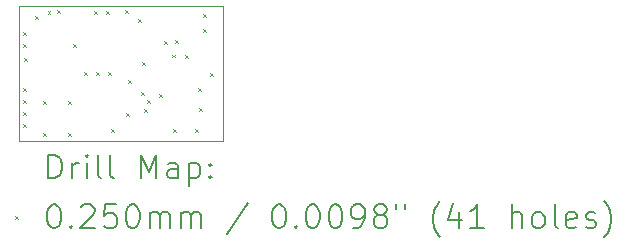
<source format=gbr>
%FSLAX45Y45*%
G04 Gerber Fmt 4.5, Leading zero omitted, Abs format (unit mm)*
G04 Created by KiCad (PCBNEW (6.0.2-0)) date 2022-10-10 18:33:46*
%MOMM*%
%LPD*%
G01*
G04 APERTURE LIST*
%TA.AperFunction,Profile*%
%ADD10C,0.100000*%
%TD*%
%ADD11C,0.200000*%
%ADD12C,0.025000*%
G04 APERTURE END LIST*
D10*
X18330000Y-8200000D02*
X16600000Y-8200000D01*
X16600000Y-9340000D02*
X16600000Y-8200000D01*
X16600000Y-9340000D02*
X18330000Y-9340000D01*
X18330000Y-9040000D02*
X18330000Y-9340000D01*
X18330000Y-9040000D02*
X18330000Y-8200000D01*
D11*
D12*
X16635500Y-8888500D02*
X16660500Y-8913500D01*
X16660500Y-8888500D02*
X16635500Y-8913500D01*
X16635500Y-8990500D02*
X16660500Y-9015500D01*
X16660500Y-8990500D02*
X16635500Y-9015500D01*
X16635500Y-9192500D02*
X16660500Y-9217500D01*
X16660500Y-9192500D02*
X16635500Y-9217500D01*
X16636500Y-8417500D02*
X16661500Y-8442500D01*
X16661500Y-8417500D02*
X16636500Y-8442500D01*
X16636500Y-8519500D02*
X16661500Y-8544500D01*
X16661500Y-8519500D02*
X16636500Y-8544500D01*
X16636500Y-9089500D02*
X16661500Y-9114500D01*
X16661500Y-9089500D02*
X16636500Y-9114500D01*
X16648500Y-8635500D02*
X16673500Y-8660500D01*
X16673500Y-8635500D02*
X16648500Y-8660500D01*
X16735500Y-8280500D02*
X16760500Y-8305500D01*
X16760500Y-8280500D02*
X16735500Y-8305500D01*
X16805500Y-9002500D02*
X16830500Y-9027500D01*
X16830500Y-9002500D02*
X16805500Y-9027500D01*
X16806500Y-9271500D02*
X16831500Y-9296500D01*
X16831500Y-9271500D02*
X16806500Y-9296500D01*
X16844500Y-8234500D02*
X16869500Y-8259500D01*
X16869500Y-8234500D02*
X16844500Y-8259500D01*
X16924500Y-8233500D02*
X16949500Y-8258500D01*
X16949500Y-8233500D02*
X16924500Y-8258500D01*
X17014500Y-9271500D02*
X17039500Y-9296500D01*
X17039500Y-9271500D02*
X17014500Y-9296500D01*
X17017500Y-9003500D02*
X17042500Y-9028500D01*
X17042500Y-9003500D02*
X17017500Y-9028500D01*
X17060500Y-8516500D02*
X17085500Y-8541500D01*
X17085500Y-8516500D02*
X17060500Y-8541500D01*
X17157500Y-8757500D02*
X17182500Y-8782500D01*
X17182500Y-8757500D02*
X17157500Y-8782500D01*
X17236500Y-8237500D02*
X17261500Y-8262500D01*
X17261500Y-8237500D02*
X17236500Y-8262500D01*
X17257500Y-8757500D02*
X17282500Y-8782500D01*
X17282500Y-8757500D02*
X17257500Y-8782500D01*
X17343500Y-8237500D02*
X17368500Y-8262500D01*
X17368500Y-8237500D02*
X17343500Y-8262500D01*
X17357500Y-8757500D02*
X17382500Y-8782500D01*
X17382500Y-8757500D02*
X17357500Y-8782500D01*
X17379500Y-9238500D02*
X17404500Y-9263500D01*
X17404500Y-9238500D02*
X17379500Y-9263500D01*
X17499500Y-8233500D02*
X17524500Y-8258500D01*
X17524500Y-8233500D02*
X17499500Y-8258500D01*
X17512500Y-9104500D02*
X17537500Y-9129500D01*
X17537500Y-9104500D02*
X17512500Y-9129500D01*
X17523500Y-8824500D02*
X17548500Y-8849500D01*
X17548500Y-8824500D02*
X17523500Y-8849500D01*
X17614500Y-8309500D02*
X17639500Y-8334500D01*
X17639500Y-8309500D02*
X17614500Y-8334500D01*
X17633500Y-8925500D02*
X17658500Y-8950500D01*
X17658500Y-8925500D02*
X17633500Y-8950500D01*
X17643778Y-8668713D02*
X17668778Y-8693713D01*
X17668778Y-8668713D02*
X17643778Y-8693713D01*
X17665500Y-9065500D02*
X17690500Y-9090500D01*
X17690500Y-9065500D02*
X17665500Y-9090500D01*
X17689500Y-8988500D02*
X17714500Y-9013500D01*
X17714500Y-8988500D02*
X17689500Y-9013500D01*
X17791500Y-8938500D02*
X17816500Y-8963500D01*
X17816500Y-8938500D02*
X17791500Y-8963500D01*
X17834500Y-8494500D02*
X17859500Y-8519500D01*
X17859500Y-8494500D02*
X17834500Y-8519500D01*
X17901500Y-8606500D02*
X17926500Y-8631500D01*
X17926500Y-8606500D02*
X17901500Y-8631500D01*
X17909642Y-9236358D02*
X17934642Y-9261358D01*
X17934642Y-9236358D02*
X17909642Y-9261358D01*
X17926778Y-8482713D02*
X17951778Y-8507713D01*
X17951778Y-8482713D02*
X17926778Y-8507713D01*
X18007500Y-8612500D02*
X18032500Y-8637500D01*
X18032500Y-8612500D02*
X18007500Y-8637500D01*
X18093500Y-9237500D02*
X18118500Y-9262500D01*
X18118500Y-9237500D02*
X18093500Y-9262500D01*
X18115500Y-8886500D02*
X18140500Y-8911500D01*
X18140500Y-8886500D02*
X18115500Y-8911500D01*
X18127500Y-9057500D02*
X18152500Y-9082500D01*
X18152500Y-9057500D02*
X18127500Y-9082500D01*
X18157500Y-8267500D02*
X18182500Y-8292500D01*
X18182500Y-8267500D02*
X18157500Y-8292500D01*
X18157500Y-8387500D02*
X18182500Y-8412500D01*
X18182500Y-8387500D02*
X18157500Y-8412500D01*
X18217500Y-8762500D02*
X18242500Y-8787500D01*
X18242500Y-8762500D02*
X18217500Y-8787500D01*
D11*
X16852619Y-9655476D02*
X16852619Y-9455476D01*
X16900238Y-9455476D01*
X16928810Y-9465000D01*
X16947857Y-9484048D01*
X16957381Y-9503095D01*
X16966905Y-9541190D01*
X16966905Y-9569762D01*
X16957381Y-9607857D01*
X16947857Y-9626905D01*
X16928810Y-9645952D01*
X16900238Y-9655476D01*
X16852619Y-9655476D01*
X17052619Y-9655476D02*
X17052619Y-9522143D01*
X17052619Y-9560238D02*
X17062143Y-9541190D01*
X17071667Y-9531667D01*
X17090714Y-9522143D01*
X17109762Y-9522143D01*
X17176429Y-9655476D02*
X17176429Y-9522143D01*
X17176429Y-9455476D02*
X17166905Y-9465000D01*
X17176429Y-9474524D01*
X17185952Y-9465000D01*
X17176429Y-9455476D01*
X17176429Y-9474524D01*
X17300238Y-9655476D02*
X17281190Y-9645952D01*
X17271667Y-9626905D01*
X17271667Y-9455476D01*
X17405000Y-9655476D02*
X17385952Y-9645952D01*
X17376429Y-9626905D01*
X17376429Y-9455476D01*
X17633571Y-9655476D02*
X17633571Y-9455476D01*
X17700238Y-9598333D01*
X17766905Y-9455476D01*
X17766905Y-9655476D01*
X17947857Y-9655476D02*
X17947857Y-9550714D01*
X17938333Y-9531667D01*
X17919286Y-9522143D01*
X17881190Y-9522143D01*
X17862143Y-9531667D01*
X17947857Y-9645952D02*
X17928810Y-9655476D01*
X17881190Y-9655476D01*
X17862143Y-9645952D01*
X17852619Y-9626905D01*
X17852619Y-9607857D01*
X17862143Y-9588810D01*
X17881190Y-9579286D01*
X17928810Y-9579286D01*
X17947857Y-9569762D01*
X18043095Y-9522143D02*
X18043095Y-9722143D01*
X18043095Y-9531667D02*
X18062143Y-9522143D01*
X18100238Y-9522143D01*
X18119286Y-9531667D01*
X18128810Y-9541190D01*
X18138333Y-9560238D01*
X18138333Y-9617381D01*
X18128810Y-9636429D01*
X18119286Y-9645952D01*
X18100238Y-9655476D01*
X18062143Y-9655476D01*
X18043095Y-9645952D01*
X18224048Y-9636429D02*
X18233571Y-9645952D01*
X18224048Y-9655476D01*
X18214524Y-9645952D01*
X18224048Y-9636429D01*
X18224048Y-9655476D01*
X18224048Y-9531667D02*
X18233571Y-9541190D01*
X18224048Y-9550714D01*
X18214524Y-9541190D01*
X18224048Y-9531667D01*
X18224048Y-9550714D01*
D12*
X16570000Y-9972500D02*
X16595000Y-9997500D01*
X16595000Y-9972500D02*
X16570000Y-9997500D01*
D11*
X16890714Y-9875476D02*
X16909762Y-9875476D01*
X16928810Y-9885000D01*
X16938333Y-9894524D01*
X16947857Y-9913571D01*
X16957381Y-9951667D01*
X16957381Y-9999286D01*
X16947857Y-10037381D01*
X16938333Y-10056429D01*
X16928810Y-10065952D01*
X16909762Y-10075476D01*
X16890714Y-10075476D01*
X16871667Y-10065952D01*
X16862143Y-10056429D01*
X16852619Y-10037381D01*
X16843095Y-9999286D01*
X16843095Y-9951667D01*
X16852619Y-9913571D01*
X16862143Y-9894524D01*
X16871667Y-9885000D01*
X16890714Y-9875476D01*
X17043095Y-10056429D02*
X17052619Y-10065952D01*
X17043095Y-10075476D01*
X17033571Y-10065952D01*
X17043095Y-10056429D01*
X17043095Y-10075476D01*
X17128810Y-9894524D02*
X17138333Y-9885000D01*
X17157381Y-9875476D01*
X17205000Y-9875476D01*
X17224048Y-9885000D01*
X17233571Y-9894524D01*
X17243095Y-9913571D01*
X17243095Y-9932619D01*
X17233571Y-9961190D01*
X17119286Y-10075476D01*
X17243095Y-10075476D01*
X17424048Y-9875476D02*
X17328810Y-9875476D01*
X17319286Y-9970714D01*
X17328810Y-9961190D01*
X17347857Y-9951667D01*
X17395476Y-9951667D01*
X17414524Y-9961190D01*
X17424048Y-9970714D01*
X17433571Y-9989762D01*
X17433571Y-10037381D01*
X17424048Y-10056429D01*
X17414524Y-10065952D01*
X17395476Y-10075476D01*
X17347857Y-10075476D01*
X17328810Y-10065952D01*
X17319286Y-10056429D01*
X17557381Y-9875476D02*
X17576429Y-9875476D01*
X17595476Y-9885000D01*
X17605000Y-9894524D01*
X17614524Y-9913571D01*
X17624048Y-9951667D01*
X17624048Y-9999286D01*
X17614524Y-10037381D01*
X17605000Y-10056429D01*
X17595476Y-10065952D01*
X17576429Y-10075476D01*
X17557381Y-10075476D01*
X17538333Y-10065952D01*
X17528810Y-10056429D01*
X17519286Y-10037381D01*
X17509762Y-9999286D01*
X17509762Y-9951667D01*
X17519286Y-9913571D01*
X17528810Y-9894524D01*
X17538333Y-9885000D01*
X17557381Y-9875476D01*
X17709762Y-10075476D02*
X17709762Y-9942143D01*
X17709762Y-9961190D02*
X17719286Y-9951667D01*
X17738333Y-9942143D01*
X17766905Y-9942143D01*
X17785952Y-9951667D01*
X17795476Y-9970714D01*
X17795476Y-10075476D01*
X17795476Y-9970714D02*
X17805000Y-9951667D01*
X17824048Y-9942143D01*
X17852619Y-9942143D01*
X17871667Y-9951667D01*
X17881190Y-9970714D01*
X17881190Y-10075476D01*
X17976429Y-10075476D02*
X17976429Y-9942143D01*
X17976429Y-9961190D02*
X17985952Y-9951667D01*
X18005000Y-9942143D01*
X18033571Y-9942143D01*
X18052619Y-9951667D01*
X18062143Y-9970714D01*
X18062143Y-10075476D01*
X18062143Y-9970714D02*
X18071667Y-9951667D01*
X18090714Y-9942143D01*
X18119286Y-9942143D01*
X18138333Y-9951667D01*
X18147857Y-9970714D01*
X18147857Y-10075476D01*
X18538333Y-9865952D02*
X18366905Y-10123095D01*
X18795476Y-9875476D02*
X18814524Y-9875476D01*
X18833571Y-9885000D01*
X18843095Y-9894524D01*
X18852619Y-9913571D01*
X18862143Y-9951667D01*
X18862143Y-9999286D01*
X18852619Y-10037381D01*
X18843095Y-10056429D01*
X18833571Y-10065952D01*
X18814524Y-10075476D01*
X18795476Y-10075476D01*
X18776429Y-10065952D01*
X18766905Y-10056429D01*
X18757381Y-10037381D01*
X18747857Y-9999286D01*
X18747857Y-9951667D01*
X18757381Y-9913571D01*
X18766905Y-9894524D01*
X18776429Y-9885000D01*
X18795476Y-9875476D01*
X18947857Y-10056429D02*
X18957381Y-10065952D01*
X18947857Y-10075476D01*
X18938333Y-10065952D01*
X18947857Y-10056429D01*
X18947857Y-10075476D01*
X19081190Y-9875476D02*
X19100238Y-9875476D01*
X19119286Y-9885000D01*
X19128810Y-9894524D01*
X19138333Y-9913571D01*
X19147857Y-9951667D01*
X19147857Y-9999286D01*
X19138333Y-10037381D01*
X19128810Y-10056429D01*
X19119286Y-10065952D01*
X19100238Y-10075476D01*
X19081190Y-10075476D01*
X19062143Y-10065952D01*
X19052619Y-10056429D01*
X19043095Y-10037381D01*
X19033571Y-9999286D01*
X19033571Y-9951667D01*
X19043095Y-9913571D01*
X19052619Y-9894524D01*
X19062143Y-9885000D01*
X19081190Y-9875476D01*
X19271667Y-9875476D02*
X19290714Y-9875476D01*
X19309762Y-9885000D01*
X19319286Y-9894524D01*
X19328810Y-9913571D01*
X19338333Y-9951667D01*
X19338333Y-9999286D01*
X19328810Y-10037381D01*
X19319286Y-10056429D01*
X19309762Y-10065952D01*
X19290714Y-10075476D01*
X19271667Y-10075476D01*
X19252619Y-10065952D01*
X19243095Y-10056429D01*
X19233571Y-10037381D01*
X19224048Y-9999286D01*
X19224048Y-9951667D01*
X19233571Y-9913571D01*
X19243095Y-9894524D01*
X19252619Y-9885000D01*
X19271667Y-9875476D01*
X19433571Y-10075476D02*
X19471667Y-10075476D01*
X19490714Y-10065952D01*
X19500238Y-10056429D01*
X19519286Y-10027857D01*
X19528810Y-9989762D01*
X19528810Y-9913571D01*
X19519286Y-9894524D01*
X19509762Y-9885000D01*
X19490714Y-9875476D01*
X19452619Y-9875476D01*
X19433571Y-9885000D01*
X19424048Y-9894524D01*
X19414524Y-9913571D01*
X19414524Y-9961190D01*
X19424048Y-9980238D01*
X19433571Y-9989762D01*
X19452619Y-9999286D01*
X19490714Y-9999286D01*
X19509762Y-9989762D01*
X19519286Y-9980238D01*
X19528810Y-9961190D01*
X19643095Y-9961190D02*
X19624048Y-9951667D01*
X19614524Y-9942143D01*
X19605000Y-9923095D01*
X19605000Y-9913571D01*
X19614524Y-9894524D01*
X19624048Y-9885000D01*
X19643095Y-9875476D01*
X19681190Y-9875476D01*
X19700238Y-9885000D01*
X19709762Y-9894524D01*
X19719286Y-9913571D01*
X19719286Y-9923095D01*
X19709762Y-9942143D01*
X19700238Y-9951667D01*
X19681190Y-9961190D01*
X19643095Y-9961190D01*
X19624048Y-9970714D01*
X19614524Y-9980238D01*
X19605000Y-9999286D01*
X19605000Y-10037381D01*
X19614524Y-10056429D01*
X19624048Y-10065952D01*
X19643095Y-10075476D01*
X19681190Y-10075476D01*
X19700238Y-10065952D01*
X19709762Y-10056429D01*
X19719286Y-10037381D01*
X19719286Y-9999286D01*
X19709762Y-9980238D01*
X19700238Y-9970714D01*
X19681190Y-9961190D01*
X19795476Y-9875476D02*
X19795476Y-9913571D01*
X19871667Y-9875476D02*
X19871667Y-9913571D01*
X20166905Y-10151667D02*
X20157381Y-10142143D01*
X20138333Y-10113571D01*
X20128810Y-10094524D01*
X20119286Y-10065952D01*
X20109762Y-10018333D01*
X20109762Y-9980238D01*
X20119286Y-9932619D01*
X20128810Y-9904048D01*
X20138333Y-9885000D01*
X20157381Y-9856429D01*
X20166905Y-9846905D01*
X20328810Y-9942143D02*
X20328810Y-10075476D01*
X20281190Y-9865952D02*
X20233571Y-10008810D01*
X20357381Y-10008810D01*
X20538333Y-10075476D02*
X20424048Y-10075476D01*
X20481190Y-10075476D02*
X20481190Y-9875476D01*
X20462143Y-9904048D01*
X20443095Y-9923095D01*
X20424048Y-9932619D01*
X20776429Y-10075476D02*
X20776429Y-9875476D01*
X20862143Y-10075476D02*
X20862143Y-9970714D01*
X20852619Y-9951667D01*
X20833571Y-9942143D01*
X20805000Y-9942143D01*
X20785952Y-9951667D01*
X20776429Y-9961190D01*
X20985952Y-10075476D02*
X20966905Y-10065952D01*
X20957381Y-10056429D01*
X20947857Y-10037381D01*
X20947857Y-9980238D01*
X20957381Y-9961190D01*
X20966905Y-9951667D01*
X20985952Y-9942143D01*
X21014524Y-9942143D01*
X21033571Y-9951667D01*
X21043095Y-9961190D01*
X21052619Y-9980238D01*
X21052619Y-10037381D01*
X21043095Y-10056429D01*
X21033571Y-10065952D01*
X21014524Y-10075476D01*
X20985952Y-10075476D01*
X21166905Y-10075476D02*
X21147857Y-10065952D01*
X21138333Y-10046905D01*
X21138333Y-9875476D01*
X21319286Y-10065952D02*
X21300238Y-10075476D01*
X21262143Y-10075476D01*
X21243095Y-10065952D01*
X21233571Y-10046905D01*
X21233571Y-9970714D01*
X21243095Y-9951667D01*
X21262143Y-9942143D01*
X21300238Y-9942143D01*
X21319286Y-9951667D01*
X21328810Y-9970714D01*
X21328810Y-9989762D01*
X21233571Y-10008810D01*
X21405000Y-10065952D02*
X21424048Y-10075476D01*
X21462143Y-10075476D01*
X21481190Y-10065952D01*
X21490714Y-10046905D01*
X21490714Y-10037381D01*
X21481190Y-10018333D01*
X21462143Y-10008810D01*
X21433571Y-10008810D01*
X21414524Y-9999286D01*
X21405000Y-9980238D01*
X21405000Y-9970714D01*
X21414524Y-9951667D01*
X21433571Y-9942143D01*
X21462143Y-9942143D01*
X21481190Y-9951667D01*
X21557381Y-10151667D02*
X21566905Y-10142143D01*
X21585952Y-10113571D01*
X21595476Y-10094524D01*
X21605000Y-10065952D01*
X21614524Y-10018333D01*
X21614524Y-9980238D01*
X21605000Y-9932619D01*
X21595476Y-9904048D01*
X21585952Y-9885000D01*
X21566905Y-9856429D01*
X21557381Y-9846905D01*
M02*

</source>
